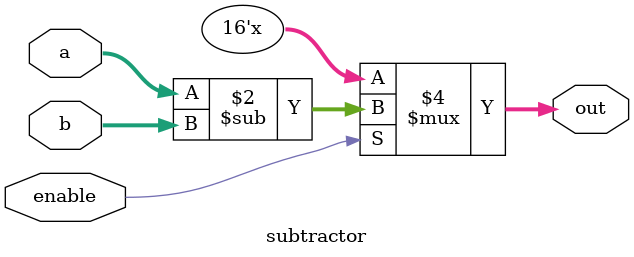
<source format=v>
module adder(a, b,enable, out);
	parameter N = 16;
	input signed [N-1:0] a;
	input signed [N-1:0] b;
	output reg signed [N-1:0] out;  
  input enable;
	always @(*) begin
	if (enable)	
		  
			   out = a + b;
	end    
endmodule

module subtractor(a, b,enable, out);
	parameter N = 16;
	input signed [N-1:0] a, b;
	output reg signed [N-1:0] out;  
    input enable;
	always @(*) begin
	if (enable)
			   out = a - b;
	    end
endmodule

</source>
